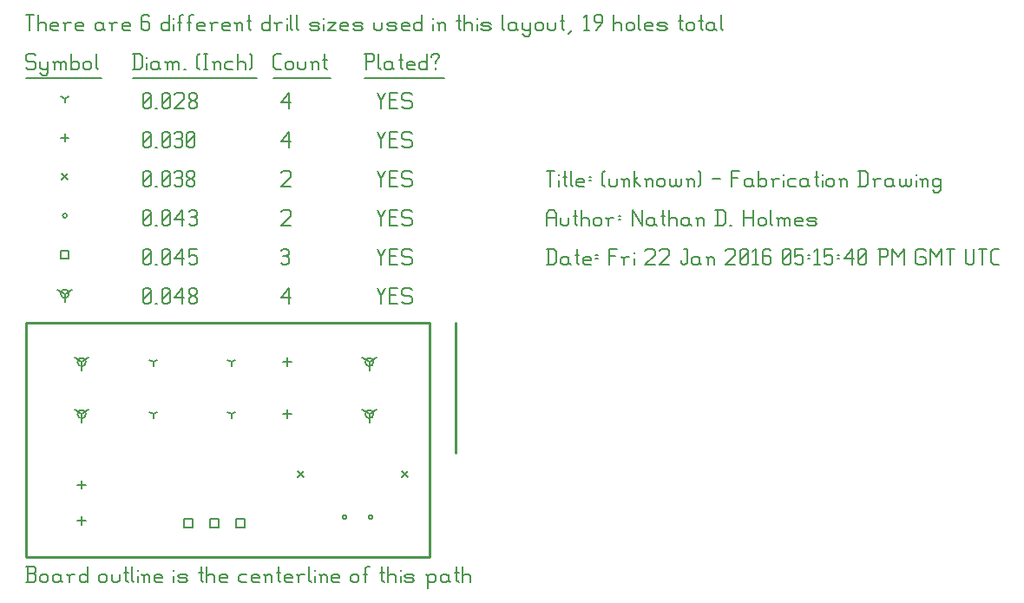
<source format=gbr>
G04 start of page 12 for group -3984 idx -3984 *
G04 Title: (unknown), fab *
G04 Creator: pcb 20140316 *
G04 CreationDate: Fri 22 Jan 2016 05:15:40 PM GMT UTC *
G04 For: ndholmes *
G04 Format: Gerber/RS-274X *
G04 PCB-Dimensions (mil): 1550.00 900.00 *
G04 PCB-Coordinate-Origin: lower left *
%MOIN*%
%FSLAX25Y25*%
%LNFAB*%
%ADD65C,0.0100*%
%ADD64C,0.0075*%
%ADD63C,0.0060*%
%ADD62C,0.0080*%
G54D62*X21500Y75000D02*Y71800D01*
Y75000D02*X24273Y76600D01*
X21500Y75000D02*X18727Y76600D01*
X19900Y75000D02*G75*G03X23100Y75000I1600J0D01*G01*
G75*G03X19900Y75000I-1600J0D01*G01*
X21500Y55000D02*Y51800D01*
Y55000D02*X24273Y56600D01*
X21500Y55000D02*X18727Y56600D01*
X19900Y55000D02*G75*G03X23100Y55000I1600J0D01*G01*
G75*G03X19900Y55000I-1600J0D01*G01*
X132000D02*Y51800D01*
Y55000D02*X134773Y56600D01*
X132000Y55000D02*X129227Y56600D01*
X130400Y55000D02*G75*G03X133600Y55000I1600J0D01*G01*
G75*G03X130400Y55000I-1600J0D01*G01*
X132000Y75000D02*Y71800D01*
Y75000D02*X134773Y76600D01*
X132000Y75000D02*X129227Y76600D01*
X130400Y75000D02*G75*G03X133600Y75000I1600J0D01*G01*
G75*G03X130400Y75000I-1600J0D01*G01*
X15000Y101250D02*Y98050D01*
Y101250D02*X17773Y102850D01*
X15000Y101250D02*X12227Y102850D01*
X13400Y101250D02*G75*G03X16600Y101250I1600J0D01*G01*
G75*G03X13400Y101250I-1600J0D01*G01*
G54D63*X135000Y103500D02*X136500Y100500D01*
X138000Y103500D01*
X136500Y100500D02*Y97500D01*
X139800Y100800D02*X142050D01*
X139800Y97500D02*X142800D01*
X139800Y103500D02*Y97500D01*
Y103500D02*X142800D01*
X147600D02*X148350Y102750D01*
X145350Y103500D02*X147600D01*
X144600Y102750D02*X145350Y103500D01*
X144600Y102750D02*Y101250D01*
X145350Y100500D01*
X147600D01*
X148350Y99750D01*
Y98250D01*
X147600Y97500D02*X148350Y98250D01*
X145350Y97500D02*X147600D01*
X144600Y98250D02*X145350Y97500D01*
X98000Y99750D02*X101000Y103500D01*
X98000Y99750D02*X101750D01*
X101000Y103500D02*Y97500D01*
X45000Y98250D02*X45750Y97500D01*
X45000Y102750D02*Y98250D01*
Y102750D02*X45750Y103500D01*
X47250D01*
X48000Y102750D01*
Y98250D01*
X47250Y97500D02*X48000Y98250D01*
X45750Y97500D02*X47250D01*
X45000Y99000D02*X48000Y102000D01*
X49800Y97500D02*X50550D01*
X52350Y98250D02*X53100Y97500D01*
X52350Y102750D02*Y98250D01*
Y102750D02*X53100Y103500D01*
X54600D01*
X55350Y102750D01*
Y98250D01*
X54600Y97500D02*X55350Y98250D01*
X53100Y97500D02*X54600D01*
X52350Y99000D02*X55350Y102000D01*
X57150Y99750D02*X60150Y103500D01*
X57150Y99750D02*X60900D01*
X60150Y103500D02*Y97500D01*
X62700Y98250D02*X63450Y97500D01*
X62700Y99450D02*Y98250D01*
Y99450D02*X63750Y100500D01*
X64650D01*
X65700Y99450D01*
Y98250D01*
X64950Y97500D02*X65700Y98250D01*
X63450Y97500D02*X64950D01*
X62700Y101550D02*X63750Y100500D01*
X62700Y102750D02*Y101550D01*
Y102750D02*X63450Y103500D01*
X64950D01*
X65700Y102750D01*
Y101550D01*
X64650Y100500D02*X65700Y101550D01*
X80900Y14600D02*X84100D01*
X80900D02*Y11400D01*
X84100D01*
Y14600D02*Y11400D01*
X70900Y14600D02*X74100D01*
X70900D02*Y11400D01*
X74100D01*
Y14600D02*Y11400D01*
X60900Y14600D02*X64100D01*
X60900D02*Y11400D01*
X64100D01*
Y14600D02*Y11400D01*
X13400Y117850D02*X16600D01*
X13400D02*Y114650D01*
X16600D01*
Y117850D02*Y114650D01*
X135000Y118500D02*X136500Y115500D01*
X138000Y118500D01*
X136500Y115500D02*Y112500D01*
X139800Y115800D02*X142050D01*
X139800Y112500D02*X142800D01*
X139800Y118500D02*Y112500D01*
Y118500D02*X142800D01*
X147600D02*X148350Y117750D01*
X145350Y118500D02*X147600D01*
X144600Y117750D02*X145350Y118500D01*
X144600Y117750D02*Y116250D01*
X145350Y115500D01*
X147600D01*
X148350Y114750D01*
Y113250D01*
X147600Y112500D02*X148350Y113250D01*
X145350Y112500D02*X147600D01*
X144600Y113250D02*X145350Y112500D01*
X98000Y117750D02*X98750Y118500D01*
X100250D01*
X101000Y117750D01*
X100250Y112500D02*X101000Y113250D01*
X98750Y112500D02*X100250D01*
X98000Y113250D02*X98750Y112500D01*
Y115800D02*X100250D01*
X101000Y117750D02*Y116550D01*
Y115050D02*Y113250D01*
Y115050D02*X100250Y115800D01*
X101000Y116550D02*X100250Y115800D01*
X45000Y113250D02*X45750Y112500D01*
X45000Y117750D02*Y113250D01*
Y117750D02*X45750Y118500D01*
X47250D01*
X48000Y117750D01*
Y113250D01*
X47250Y112500D02*X48000Y113250D01*
X45750Y112500D02*X47250D01*
X45000Y114000D02*X48000Y117000D01*
X49800Y112500D02*X50550D01*
X52350Y113250D02*X53100Y112500D01*
X52350Y117750D02*Y113250D01*
Y117750D02*X53100Y118500D01*
X54600D01*
X55350Y117750D01*
Y113250D01*
X54600Y112500D02*X55350Y113250D01*
X53100Y112500D02*X54600D01*
X52350Y114000D02*X55350Y117000D01*
X57150Y114750D02*X60150Y118500D01*
X57150Y114750D02*X60900D01*
X60150Y118500D02*Y112500D01*
X62700Y118500D02*X65700D01*
X62700D02*Y115500D01*
X63450Y116250D01*
X64950D01*
X65700Y115500D01*
Y113250D01*
X64950Y112500D02*X65700Y113250D01*
X63450Y112500D02*X64950D01*
X62700Y113250D02*X63450Y112500D01*
X121700Y15500D02*G75*G03X123300Y15500I800J0D01*G01*
G75*G03X121700Y15500I-800J0D01*G01*
X131700D02*G75*G03X133300Y15500I800J0D01*G01*
G75*G03X131700Y15500I-800J0D01*G01*
X14200Y131250D02*G75*G03X15800Y131250I800J0D01*G01*
G75*G03X14200Y131250I-800J0D01*G01*
X135000Y133500D02*X136500Y130500D01*
X138000Y133500D01*
X136500Y130500D02*Y127500D01*
X139800Y130800D02*X142050D01*
X139800Y127500D02*X142800D01*
X139800Y133500D02*Y127500D01*
Y133500D02*X142800D01*
X147600D02*X148350Y132750D01*
X145350Y133500D02*X147600D01*
X144600Y132750D02*X145350Y133500D01*
X144600Y132750D02*Y131250D01*
X145350Y130500D01*
X147600D01*
X148350Y129750D01*
Y128250D01*
X147600Y127500D02*X148350Y128250D01*
X145350Y127500D02*X147600D01*
X144600Y128250D02*X145350Y127500D01*
X98000Y132750D02*X98750Y133500D01*
X101000D01*
X101750Y132750D01*
Y131250D01*
X98000Y127500D02*X101750Y131250D01*
X98000Y127500D02*X101750D01*
X45000Y128250D02*X45750Y127500D01*
X45000Y132750D02*Y128250D01*
Y132750D02*X45750Y133500D01*
X47250D01*
X48000Y132750D01*
Y128250D01*
X47250Y127500D02*X48000Y128250D01*
X45750Y127500D02*X47250D01*
X45000Y129000D02*X48000Y132000D01*
X49800Y127500D02*X50550D01*
X52350Y128250D02*X53100Y127500D01*
X52350Y132750D02*Y128250D01*
Y132750D02*X53100Y133500D01*
X54600D01*
X55350Y132750D01*
Y128250D01*
X54600Y127500D02*X55350Y128250D01*
X53100Y127500D02*X54600D01*
X52350Y129000D02*X55350Y132000D01*
X57150Y129750D02*X60150Y133500D01*
X57150Y129750D02*X60900D01*
X60150Y133500D02*Y127500D01*
X62700Y132750D02*X63450Y133500D01*
X64950D01*
X65700Y132750D01*
X64950Y127500D02*X65700Y128250D01*
X63450Y127500D02*X64950D01*
X62700Y128250D02*X63450Y127500D01*
Y130800D02*X64950D01*
X65700Y132750D02*Y131550D01*
Y130050D02*Y128250D01*
Y130050D02*X64950Y130800D01*
X65700Y131550D02*X64950Y130800D01*
X144300Y33200D02*X146700Y30800D01*
X144300D02*X146700Y33200D01*
X104300D02*X106700Y30800D01*
X104300D02*X106700Y33200D01*
X13800Y147450D02*X16200Y145050D01*
X13800D02*X16200Y147450D01*
X135000Y148500D02*X136500Y145500D01*
X138000Y148500D01*
X136500Y145500D02*Y142500D01*
X139800Y145800D02*X142050D01*
X139800Y142500D02*X142800D01*
X139800Y148500D02*Y142500D01*
Y148500D02*X142800D01*
X147600D02*X148350Y147750D01*
X145350Y148500D02*X147600D01*
X144600Y147750D02*X145350Y148500D01*
X144600Y147750D02*Y146250D01*
X145350Y145500D01*
X147600D01*
X148350Y144750D01*
Y143250D01*
X147600Y142500D02*X148350Y143250D01*
X145350Y142500D02*X147600D01*
X144600Y143250D02*X145350Y142500D01*
X98000Y147750D02*X98750Y148500D01*
X101000D01*
X101750Y147750D01*
Y146250D01*
X98000Y142500D02*X101750Y146250D01*
X98000Y142500D02*X101750D01*
X45000Y143250D02*X45750Y142500D01*
X45000Y147750D02*Y143250D01*
Y147750D02*X45750Y148500D01*
X47250D01*
X48000Y147750D01*
Y143250D01*
X47250Y142500D02*X48000Y143250D01*
X45750Y142500D02*X47250D01*
X45000Y144000D02*X48000Y147000D01*
X49800Y142500D02*X50550D01*
X52350Y143250D02*X53100Y142500D01*
X52350Y147750D02*Y143250D01*
Y147750D02*X53100Y148500D01*
X54600D01*
X55350Y147750D01*
Y143250D01*
X54600Y142500D02*X55350Y143250D01*
X53100Y142500D02*X54600D01*
X52350Y144000D02*X55350Y147000D01*
X57150Y147750D02*X57900Y148500D01*
X59400D01*
X60150Y147750D01*
X59400Y142500D02*X60150Y143250D01*
X57900Y142500D02*X59400D01*
X57150Y143250D02*X57900Y142500D01*
Y145800D02*X59400D01*
X60150Y147750D02*Y146550D01*
Y145050D02*Y143250D01*
Y145050D02*X59400Y145800D01*
X60150Y146550D02*X59400Y145800D01*
X61950Y143250D02*X62700Y142500D01*
X61950Y144450D02*Y143250D01*
Y144450D02*X63000Y145500D01*
X63900D01*
X64950Y144450D01*
Y143250D01*
X64200Y142500D02*X64950Y143250D01*
X62700Y142500D02*X64200D01*
X61950Y146550D02*X63000Y145500D01*
X61950Y147750D02*Y146550D01*
Y147750D02*X62700Y148500D01*
X64200D01*
X64950Y147750D01*
Y146550D01*
X63900Y145500D02*X64950Y146550D01*
X100500Y76600D02*Y73400D01*
X98900Y75000D02*X102100D01*
X100500Y56600D02*Y53400D01*
X98900Y55000D02*X102100D01*
X21500Y29500D02*Y26300D01*
X19900Y27900D02*X23100D01*
X21500Y15700D02*Y12500D01*
X19900Y14100D02*X23100D01*
X15000Y162850D02*Y159650D01*
X13400Y161250D02*X16600D01*
X135000Y163500D02*X136500Y160500D01*
X138000Y163500D01*
X136500Y160500D02*Y157500D01*
X139800Y160800D02*X142050D01*
X139800Y157500D02*X142800D01*
X139800Y163500D02*Y157500D01*
Y163500D02*X142800D01*
X147600D02*X148350Y162750D01*
X145350Y163500D02*X147600D01*
X144600Y162750D02*X145350Y163500D01*
X144600Y162750D02*Y161250D01*
X145350Y160500D01*
X147600D01*
X148350Y159750D01*
Y158250D01*
X147600Y157500D02*X148350Y158250D01*
X145350Y157500D02*X147600D01*
X144600Y158250D02*X145350Y157500D01*
X98000Y159750D02*X101000Y163500D01*
X98000Y159750D02*X101750D01*
X101000Y163500D02*Y157500D01*
X45000Y158250D02*X45750Y157500D01*
X45000Y162750D02*Y158250D01*
Y162750D02*X45750Y163500D01*
X47250D01*
X48000Y162750D01*
Y158250D01*
X47250Y157500D02*X48000Y158250D01*
X45750Y157500D02*X47250D01*
X45000Y159000D02*X48000Y162000D01*
X49800Y157500D02*X50550D01*
X52350Y158250D02*X53100Y157500D01*
X52350Y162750D02*Y158250D01*
Y162750D02*X53100Y163500D01*
X54600D01*
X55350Y162750D01*
Y158250D01*
X54600Y157500D02*X55350Y158250D01*
X53100Y157500D02*X54600D01*
X52350Y159000D02*X55350Y162000D01*
X57150Y162750D02*X57900Y163500D01*
X59400D01*
X60150Y162750D01*
X59400Y157500D02*X60150Y158250D01*
X57900Y157500D02*X59400D01*
X57150Y158250D02*X57900Y157500D01*
Y160800D02*X59400D01*
X60150Y162750D02*Y161550D01*
Y160050D02*Y158250D01*
Y160050D02*X59400Y160800D01*
X60150Y161550D02*X59400Y160800D01*
X61950Y158250D02*X62700Y157500D01*
X61950Y162750D02*Y158250D01*
Y162750D02*X62700Y163500D01*
X64200D01*
X64950Y162750D01*
Y158250D01*
X64200Y157500D02*X64950Y158250D01*
X62700Y157500D02*X64200D01*
X61950Y159000D02*X64950Y162000D01*
X49000Y75000D02*Y73400D01*
Y75000D02*X50387Y75800D01*
X49000Y75000D02*X47613Y75800D01*
X49000Y55000D02*Y53400D01*
Y55000D02*X50387Y55800D01*
X49000Y55000D02*X47613Y55800D01*
X79000Y55000D02*Y53400D01*
Y55000D02*X80387Y55800D01*
X79000Y55000D02*X77613Y55800D01*
X79000Y75000D02*Y73400D01*
Y75000D02*X80387Y75800D01*
X79000Y75000D02*X77613Y75800D01*
X15000Y176250D02*Y174650D01*
Y176250D02*X16387Y177050D01*
X15000Y176250D02*X13613Y177050D01*
X135000Y178500D02*X136500Y175500D01*
X138000Y178500D01*
X136500Y175500D02*Y172500D01*
X139800Y175800D02*X142050D01*
X139800Y172500D02*X142800D01*
X139800Y178500D02*Y172500D01*
Y178500D02*X142800D01*
X147600D02*X148350Y177750D01*
X145350Y178500D02*X147600D01*
X144600Y177750D02*X145350Y178500D01*
X144600Y177750D02*Y176250D01*
X145350Y175500D01*
X147600D01*
X148350Y174750D01*
Y173250D01*
X147600Y172500D02*X148350Y173250D01*
X145350Y172500D02*X147600D01*
X144600Y173250D02*X145350Y172500D01*
X98000Y174750D02*X101000Y178500D01*
X98000Y174750D02*X101750D01*
X101000Y178500D02*Y172500D01*
X45000Y173250D02*X45750Y172500D01*
X45000Y177750D02*Y173250D01*
Y177750D02*X45750Y178500D01*
X47250D01*
X48000Y177750D01*
Y173250D01*
X47250Y172500D02*X48000Y173250D01*
X45750Y172500D02*X47250D01*
X45000Y174000D02*X48000Y177000D01*
X49800Y172500D02*X50550D01*
X52350Y173250D02*X53100Y172500D01*
X52350Y177750D02*Y173250D01*
Y177750D02*X53100Y178500D01*
X54600D01*
X55350Y177750D01*
Y173250D01*
X54600Y172500D02*X55350Y173250D01*
X53100Y172500D02*X54600D01*
X52350Y174000D02*X55350Y177000D01*
X57150Y177750D02*X57900Y178500D01*
X60150D01*
X60900Y177750D01*
Y176250D01*
X57150Y172500D02*X60900Y176250D01*
X57150Y172500D02*X60900D01*
X62700Y173250D02*X63450Y172500D01*
X62700Y174450D02*Y173250D01*
Y174450D02*X63750Y175500D01*
X64650D01*
X65700Y174450D01*
Y173250D01*
X64950Y172500D02*X65700Y173250D01*
X63450Y172500D02*X64950D01*
X62700Y176550D02*X63750Y175500D01*
X62700Y177750D02*Y176550D01*
Y177750D02*X63450Y178500D01*
X64950D01*
X65700Y177750D01*
Y176550D01*
X64650Y175500D02*X65700Y176550D01*
X3000Y193500D02*X3750Y192750D01*
X750Y193500D02*X3000D01*
X0Y192750D02*X750Y193500D01*
X0Y192750D02*Y191250D01*
X750Y190500D01*
X3000D01*
X3750Y189750D01*
Y188250D01*
X3000Y187500D02*X3750Y188250D01*
X750Y187500D02*X3000D01*
X0Y188250D02*X750Y187500D01*
X5550Y190500D02*Y188250D01*
X6300Y187500D01*
X8550Y190500D02*Y186000D01*
X7800Y185250D02*X8550Y186000D01*
X6300Y185250D02*X7800D01*
X5550Y186000D02*X6300Y185250D01*
Y187500D02*X7800D01*
X8550Y188250D01*
X11100Y189750D02*Y187500D01*
Y189750D02*X11850Y190500D01*
X12600D01*
X13350Y189750D01*
Y187500D01*
Y189750D02*X14100Y190500D01*
X14850D01*
X15600Y189750D01*
Y187500D01*
X10350Y190500D02*X11100Y189750D01*
X17400Y193500D02*Y187500D01*
Y188250D02*X18150Y187500D01*
X19650D01*
X20400Y188250D01*
Y189750D02*Y188250D01*
X19650Y190500D02*X20400Y189750D01*
X18150Y190500D02*X19650D01*
X17400Y189750D02*X18150Y190500D01*
X22200Y189750D02*Y188250D01*
Y189750D02*X22950Y190500D01*
X24450D01*
X25200Y189750D01*
Y188250D01*
X24450Y187500D02*X25200Y188250D01*
X22950Y187500D02*X24450D01*
X22200Y188250D02*X22950Y187500D01*
X27000Y193500D02*Y188250D01*
X27750Y187500D01*
X0Y184250D02*X29250D01*
X41750Y193500D02*Y187500D01*
X43700Y193500D02*X44750Y192450D01*
Y188550D01*
X43700Y187500D02*X44750Y188550D01*
X41000Y187500D02*X43700D01*
X41000Y193500D02*X43700D01*
G54D64*X46550Y192000D02*Y191850D01*
G54D63*Y189750D02*Y187500D01*
X50300Y190500D02*X51050Y189750D01*
X48800Y190500D02*X50300D01*
X48050Y189750D02*X48800Y190500D01*
X48050Y189750D02*Y188250D01*
X48800Y187500D01*
X51050Y190500D02*Y188250D01*
X51800Y187500D01*
X48800D02*X50300D01*
X51050Y188250D01*
X54350Y189750D02*Y187500D01*
Y189750D02*X55100Y190500D01*
X55850D01*
X56600Y189750D01*
Y187500D01*
Y189750D02*X57350Y190500D01*
X58100D01*
X58850Y189750D01*
Y187500D01*
X53600Y190500D02*X54350Y189750D01*
X60650Y187500D02*X61400D01*
X65900Y188250D02*X66650Y187500D01*
X65900Y192750D02*X66650Y193500D01*
X65900Y192750D02*Y188250D01*
X68450Y193500D02*X69950D01*
X69200D02*Y187500D01*
X68450D02*X69950D01*
X72500Y189750D02*Y187500D01*
Y189750D02*X73250Y190500D01*
X74000D01*
X74750Y189750D01*
Y187500D01*
X71750Y190500D02*X72500Y189750D01*
X77300Y190500D02*X79550D01*
X76550Y189750D02*X77300Y190500D01*
X76550Y189750D02*Y188250D01*
X77300Y187500D01*
X79550D01*
X81350Y193500D02*Y187500D01*
Y189750D02*X82100Y190500D01*
X83600D01*
X84350Y189750D01*
Y187500D01*
X86150Y193500D02*X86900Y192750D01*
Y188250D01*
X86150Y187500D02*X86900Y188250D01*
X41000Y184250D02*X88700D01*
X96050Y187500D02*X98000D01*
X95000Y188550D02*X96050Y187500D01*
X95000Y192450D02*Y188550D01*
Y192450D02*X96050Y193500D01*
X98000D01*
X99800Y189750D02*Y188250D01*
Y189750D02*X100550Y190500D01*
X102050D01*
X102800Y189750D01*
Y188250D01*
X102050Y187500D02*X102800Y188250D01*
X100550Y187500D02*X102050D01*
X99800Y188250D02*X100550Y187500D01*
X104600Y190500D02*Y188250D01*
X105350Y187500D01*
X106850D01*
X107600Y188250D01*
Y190500D02*Y188250D01*
X110150Y189750D02*Y187500D01*
Y189750D02*X110900Y190500D01*
X111650D01*
X112400Y189750D01*
Y187500D01*
X109400Y190500D02*X110150Y189750D01*
X114950Y193500D02*Y188250D01*
X115700Y187500D01*
X114200Y191250D02*X115700D01*
X95000Y184250D02*X117200D01*
X130750Y193500D02*Y187500D01*
X130000Y193500D02*X133000D01*
X133750Y192750D01*
Y191250D01*
X133000Y190500D02*X133750Y191250D01*
X130750Y190500D02*X133000D01*
X135550Y193500D02*Y188250D01*
X136300Y187500D01*
X140050Y190500D02*X140800Y189750D01*
X138550Y190500D02*X140050D01*
X137800Y189750D02*X138550Y190500D01*
X137800Y189750D02*Y188250D01*
X138550Y187500D01*
X140800Y190500D02*Y188250D01*
X141550Y187500D01*
X138550D02*X140050D01*
X140800Y188250D01*
X144100Y193500D02*Y188250D01*
X144850Y187500D01*
X143350Y191250D02*X144850D01*
X147100Y187500D02*X149350D01*
X146350Y188250D02*X147100Y187500D01*
X146350Y189750D02*Y188250D01*
Y189750D02*X147100Y190500D01*
X148600D01*
X149350Y189750D01*
X146350Y189000D02*X149350D01*
Y189750D02*Y189000D01*
X154150Y193500D02*Y187500D01*
X153400D02*X154150Y188250D01*
X151900Y187500D02*X153400D01*
X151150Y188250D02*X151900Y187500D01*
X151150Y189750D02*Y188250D01*
Y189750D02*X151900Y190500D01*
X153400D01*
X154150Y189750D01*
X157450Y190500D02*Y189750D01*
Y188250D02*Y187500D01*
X155950Y192750D02*Y192000D01*
Y192750D02*X156700Y193500D01*
X158200D01*
X158950Y192750D01*
Y192000D01*
X157450Y190500D02*X158950Y192000D01*
X130000Y184250D02*X160750D01*
X0Y208500D02*X3000D01*
X1500D02*Y202500D01*
X4800Y208500D02*Y202500D01*
Y204750D02*X5550Y205500D01*
X7050D01*
X7800Y204750D01*
Y202500D01*
X10350D02*X12600D01*
X9600Y203250D02*X10350Y202500D01*
X9600Y204750D02*Y203250D01*
Y204750D02*X10350Y205500D01*
X11850D01*
X12600Y204750D01*
X9600Y204000D02*X12600D01*
Y204750D02*Y204000D01*
X15150Y204750D02*Y202500D01*
Y204750D02*X15900Y205500D01*
X17400D01*
X14400D02*X15150Y204750D01*
X19950Y202500D02*X22200D01*
X19200Y203250D02*X19950Y202500D01*
X19200Y204750D02*Y203250D01*
Y204750D02*X19950Y205500D01*
X21450D01*
X22200Y204750D01*
X19200Y204000D02*X22200D01*
Y204750D02*Y204000D01*
X28950Y205500D02*X29700Y204750D01*
X27450Y205500D02*X28950D01*
X26700Y204750D02*X27450Y205500D01*
X26700Y204750D02*Y203250D01*
X27450Y202500D01*
X29700Y205500D02*Y203250D01*
X30450Y202500D01*
X27450D02*X28950D01*
X29700Y203250D01*
X33000Y204750D02*Y202500D01*
Y204750D02*X33750Y205500D01*
X35250D01*
X32250D02*X33000Y204750D01*
X37800Y202500D02*X40050D01*
X37050Y203250D02*X37800Y202500D01*
X37050Y204750D02*Y203250D01*
Y204750D02*X37800Y205500D01*
X39300D01*
X40050Y204750D01*
X37050Y204000D02*X40050D01*
Y204750D02*Y204000D01*
X46800Y208500D02*X47550Y207750D01*
X45300Y208500D02*X46800D01*
X44550Y207750D02*X45300Y208500D01*
X44550Y207750D02*Y203250D01*
X45300Y202500D01*
X46800Y205800D02*X47550Y205050D01*
X44550Y205800D02*X46800D01*
X45300Y202500D02*X46800D01*
X47550Y203250D01*
Y205050D02*Y203250D01*
X55050Y208500D02*Y202500D01*
X54300D02*X55050Y203250D01*
X52800Y202500D02*X54300D01*
X52050Y203250D02*X52800Y202500D01*
X52050Y204750D02*Y203250D01*
Y204750D02*X52800Y205500D01*
X54300D01*
X55050Y204750D01*
G54D64*X56850Y207000D02*Y206850D01*
G54D63*Y204750D02*Y202500D01*
X59100Y207750D02*Y202500D01*
Y207750D02*X59850Y208500D01*
X60600D01*
X58350Y205500D02*X59850D01*
X62850Y207750D02*Y202500D01*
Y207750D02*X63600Y208500D01*
X64350D01*
X62100Y205500D02*X63600D01*
X66600Y202500D02*X68850D01*
X65850Y203250D02*X66600Y202500D01*
X65850Y204750D02*Y203250D01*
Y204750D02*X66600Y205500D01*
X68100D01*
X68850Y204750D01*
X65850Y204000D02*X68850D01*
Y204750D02*Y204000D01*
X71400Y204750D02*Y202500D01*
Y204750D02*X72150Y205500D01*
X73650D01*
X70650D02*X71400Y204750D01*
X76200Y202500D02*X78450D01*
X75450Y203250D02*X76200Y202500D01*
X75450Y204750D02*Y203250D01*
Y204750D02*X76200Y205500D01*
X77700D01*
X78450Y204750D01*
X75450Y204000D02*X78450D01*
Y204750D02*Y204000D01*
X81000Y204750D02*Y202500D01*
Y204750D02*X81750Y205500D01*
X82500D01*
X83250Y204750D01*
Y202500D01*
X80250Y205500D02*X81000Y204750D01*
X85800Y208500D02*Y203250D01*
X86550Y202500D01*
X85050Y206250D02*X86550D01*
X93750Y208500D02*Y202500D01*
X93000D02*X93750Y203250D01*
X91500Y202500D02*X93000D01*
X90750Y203250D02*X91500Y202500D01*
X90750Y204750D02*Y203250D01*
Y204750D02*X91500Y205500D01*
X93000D01*
X93750Y204750D01*
X96300D02*Y202500D01*
Y204750D02*X97050Y205500D01*
X98550D01*
X95550D02*X96300Y204750D01*
G54D64*X100350Y207000D02*Y206850D01*
G54D63*Y204750D02*Y202500D01*
X101850Y208500D02*Y203250D01*
X102600Y202500D01*
X104100Y208500D02*Y203250D01*
X104850Y202500D01*
X109800D02*X112050D01*
X112800Y203250D01*
X112050Y204000D02*X112800Y203250D01*
X109800Y204000D02*X112050D01*
X109050Y204750D02*X109800Y204000D01*
X109050Y204750D02*X109800Y205500D01*
X112050D01*
X112800Y204750D01*
X109050Y203250D02*X109800Y202500D01*
G54D64*X114600Y207000D02*Y206850D01*
G54D63*Y204750D02*Y202500D01*
X116100Y205500D02*X119100D01*
X116100Y202500D02*X119100Y205500D01*
X116100Y202500D02*X119100D01*
X121650D02*X123900D01*
X120900Y203250D02*X121650Y202500D01*
X120900Y204750D02*Y203250D01*
Y204750D02*X121650Y205500D01*
X123150D01*
X123900Y204750D01*
X120900Y204000D02*X123900D01*
Y204750D02*Y204000D01*
X126450Y202500D02*X128700D01*
X129450Y203250D01*
X128700Y204000D02*X129450Y203250D01*
X126450Y204000D02*X128700D01*
X125700Y204750D02*X126450Y204000D01*
X125700Y204750D02*X126450Y205500D01*
X128700D01*
X129450Y204750D01*
X125700Y203250D02*X126450Y202500D01*
X133950Y205500D02*Y203250D01*
X134700Y202500D01*
X136200D01*
X136950Y203250D01*
Y205500D02*Y203250D01*
X139500Y202500D02*X141750D01*
X142500Y203250D01*
X141750Y204000D02*X142500Y203250D01*
X139500Y204000D02*X141750D01*
X138750Y204750D02*X139500Y204000D01*
X138750Y204750D02*X139500Y205500D01*
X141750D01*
X142500Y204750D01*
X138750Y203250D02*X139500Y202500D01*
X145050D02*X147300D01*
X144300Y203250D02*X145050Y202500D01*
X144300Y204750D02*Y203250D01*
Y204750D02*X145050Y205500D01*
X146550D01*
X147300Y204750D01*
X144300Y204000D02*X147300D01*
Y204750D02*Y204000D01*
X152100Y208500D02*Y202500D01*
X151350D02*X152100Y203250D01*
X149850Y202500D02*X151350D01*
X149100Y203250D02*X149850Y202500D01*
X149100Y204750D02*Y203250D01*
Y204750D02*X149850Y205500D01*
X151350D01*
X152100Y204750D01*
G54D64*X156600Y207000D02*Y206850D01*
G54D63*Y204750D02*Y202500D01*
X158850Y204750D02*Y202500D01*
Y204750D02*X159600Y205500D01*
X160350D01*
X161100Y204750D01*
Y202500D01*
X158100Y205500D02*X158850Y204750D01*
X166350Y208500D02*Y203250D01*
X167100Y202500D01*
X165600Y206250D02*X167100D01*
X168600Y208500D02*Y202500D01*
Y204750D02*X169350Y205500D01*
X170850D01*
X171600Y204750D01*
Y202500D01*
G54D64*X173400Y207000D02*Y206850D01*
G54D63*Y204750D02*Y202500D01*
X175650D02*X177900D01*
X178650Y203250D01*
X177900Y204000D02*X178650Y203250D01*
X175650Y204000D02*X177900D01*
X174900Y204750D02*X175650Y204000D01*
X174900Y204750D02*X175650Y205500D01*
X177900D01*
X178650Y204750D01*
X174900Y203250D02*X175650Y202500D01*
X183150Y208500D02*Y203250D01*
X183900Y202500D01*
X187650Y205500D02*X188400Y204750D01*
X186150Y205500D02*X187650D01*
X185400Y204750D02*X186150Y205500D01*
X185400Y204750D02*Y203250D01*
X186150Y202500D01*
X188400Y205500D02*Y203250D01*
X189150Y202500D01*
X186150D02*X187650D01*
X188400Y203250D01*
X190950Y205500D02*Y203250D01*
X191700Y202500D01*
X193950Y205500D02*Y201000D01*
X193200Y200250D02*X193950Y201000D01*
X191700Y200250D02*X193200D01*
X190950Y201000D02*X191700Y200250D01*
Y202500D02*X193200D01*
X193950Y203250D01*
X195750Y204750D02*Y203250D01*
Y204750D02*X196500Y205500D01*
X198000D01*
X198750Y204750D01*
Y203250D01*
X198000Y202500D02*X198750Y203250D01*
X196500Y202500D02*X198000D01*
X195750Y203250D02*X196500Y202500D01*
X200550Y205500D02*Y203250D01*
X201300Y202500D01*
X202800D01*
X203550Y203250D01*
Y205500D02*Y203250D01*
X206100Y208500D02*Y203250D01*
X206850Y202500D01*
X205350Y206250D02*X206850D01*
X208350Y201000D02*X209850Y202500D01*
X214350Y207300D02*X215550Y208500D01*
Y202500D01*
X214350D02*X216600D01*
X219150D02*X221400Y205500D01*
Y207750D02*Y205500D01*
X220650Y208500D02*X221400Y207750D01*
X219150Y208500D02*X220650D01*
X218400Y207750D02*X219150Y208500D01*
X218400Y207750D02*Y206250D01*
X219150Y205500D01*
X221400D01*
X225900Y208500D02*Y202500D01*
Y204750D02*X226650Y205500D01*
X228150D01*
X228900Y204750D01*
Y202500D01*
X230700Y204750D02*Y203250D01*
Y204750D02*X231450Y205500D01*
X232950D01*
X233700Y204750D01*
Y203250D01*
X232950Y202500D02*X233700Y203250D01*
X231450Y202500D02*X232950D01*
X230700Y203250D02*X231450Y202500D01*
X235500Y208500D02*Y203250D01*
X236250Y202500D01*
X238500D02*X240750D01*
X237750Y203250D02*X238500Y202500D01*
X237750Y204750D02*Y203250D01*
Y204750D02*X238500Y205500D01*
X240000D01*
X240750Y204750D01*
X237750Y204000D02*X240750D01*
Y204750D02*Y204000D01*
X243300Y202500D02*X245550D01*
X246300Y203250D01*
X245550Y204000D02*X246300Y203250D01*
X243300Y204000D02*X245550D01*
X242550Y204750D02*X243300Y204000D01*
X242550Y204750D02*X243300Y205500D01*
X245550D01*
X246300Y204750D01*
X242550Y203250D02*X243300Y202500D01*
X251550Y208500D02*Y203250D01*
X252300Y202500D01*
X250800Y206250D02*X252300D01*
X253800Y204750D02*Y203250D01*
Y204750D02*X254550Y205500D01*
X256050D01*
X256800Y204750D01*
Y203250D01*
X256050Y202500D02*X256800Y203250D01*
X254550Y202500D02*X256050D01*
X253800Y203250D02*X254550Y202500D01*
X259350Y208500D02*Y203250D01*
X260100Y202500D01*
X258600Y206250D02*X260100D01*
X263850Y205500D02*X264600Y204750D01*
X262350Y205500D02*X263850D01*
X261600Y204750D02*X262350Y205500D01*
X261600Y204750D02*Y203250D01*
X262350Y202500D01*
X264600Y205500D02*Y203250D01*
X265350Y202500D01*
X262350D02*X263850D01*
X264600Y203250D01*
X267150Y208500D02*Y203250D01*
X267900Y202500D01*
G54D65*X165000Y40000D02*Y90000D01*
X0D02*Y0D01*
X155000D01*
Y90000D01*
X0D01*
G54D63*Y-9500D02*X3000D01*
X3750Y-8750D01*
Y-6950D02*Y-8750D01*
X3000Y-6200D02*X3750Y-6950D01*
X750Y-6200D02*X3000D01*
X750Y-3500D02*Y-9500D01*
X0Y-3500D02*X3000D01*
X3750Y-4250D01*
Y-5450D01*
X3000Y-6200D02*X3750Y-5450D01*
X5550Y-7250D02*Y-8750D01*
Y-7250D02*X6300Y-6500D01*
X7800D01*
X8550Y-7250D01*
Y-8750D01*
X7800Y-9500D02*X8550Y-8750D01*
X6300Y-9500D02*X7800D01*
X5550Y-8750D02*X6300Y-9500D01*
X12600Y-6500D02*X13350Y-7250D01*
X11100Y-6500D02*X12600D01*
X10350Y-7250D02*X11100Y-6500D01*
X10350Y-7250D02*Y-8750D01*
X11100Y-9500D01*
X13350Y-6500D02*Y-8750D01*
X14100Y-9500D01*
X11100D02*X12600D01*
X13350Y-8750D01*
X16650Y-7250D02*Y-9500D01*
Y-7250D02*X17400Y-6500D01*
X18900D01*
X15900D02*X16650Y-7250D01*
X23700Y-3500D02*Y-9500D01*
X22950D02*X23700Y-8750D01*
X21450Y-9500D02*X22950D01*
X20700Y-8750D02*X21450Y-9500D01*
X20700Y-7250D02*Y-8750D01*
Y-7250D02*X21450Y-6500D01*
X22950D01*
X23700Y-7250D01*
X28200D02*Y-8750D01*
Y-7250D02*X28950Y-6500D01*
X30450D01*
X31200Y-7250D01*
Y-8750D01*
X30450Y-9500D02*X31200Y-8750D01*
X28950Y-9500D02*X30450D01*
X28200Y-8750D02*X28950Y-9500D01*
X33000Y-6500D02*Y-8750D01*
X33750Y-9500D01*
X35250D01*
X36000Y-8750D01*
Y-6500D02*Y-8750D01*
X38550Y-3500D02*Y-8750D01*
X39300Y-9500D01*
X37800Y-5750D02*X39300D01*
X40800Y-3500D02*Y-8750D01*
X41550Y-9500D01*
G54D64*X43050Y-5000D02*Y-5150D01*
G54D63*Y-7250D02*Y-9500D01*
X45300Y-7250D02*Y-9500D01*
Y-7250D02*X46050Y-6500D01*
X46800D01*
X47550Y-7250D01*
Y-9500D01*
X44550Y-6500D02*X45300Y-7250D01*
X50100Y-9500D02*X52350D01*
X49350Y-8750D02*X50100Y-9500D01*
X49350Y-7250D02*Y-8750D01*
Y-7250D02*X50100Y-6500D01*
X51600D01*
X52350Y-7250D01*
X49350Y-8000D02*X52350D01*
Y-7250D02*Y-8000D01*
G54D64*X56850Y-5000D02*Y-5150D01*
G54D63*Y-7250D02*Y-9500D01*
X59100D02*X61350D01*
X62100Y-8750D01*
X61350Y-8000D02*X62100Y-8750D01*
X59100Y-8000D02*X61350D01*
X58350Y-7250D02*X59100Y-8000D01*
X58350Y-7250D02*X59100Y-6500D01*
X61350D01*
X62100Y-7250D01*
X58350Y-8750D02*X59100Y-9500D01*
X67350Y-3500D02*Y-8750D01*
X68100Y-9500D01*
X66600Y-5750D02*X68100D01*
X69600Y-3500D02*Y-9500D01*
Y-7250D02*X70350Y-6500D01*
X71850D01*
X72600Y-7250D01*
Y-9500D01*
X75150D02*X77400D01*
X74400Y-8750D02*X75150Y-9500D01*
X74400Y-7250D02*Y-8750D01*
Y-7250D02*X75150Y-6500D01*
X76650D01*
X77400Y-7250D01*
X74400Y-8000D02*X77400D01*
Y-7250D02*Y-8000D01*
X82650Y-6500D02*X84900D01*
X81900Y-7250D02*X82650Y-6500D01*
X81900Y-7250D02*Y-8750D01*
X82650Y-9500D01*
X84900D01*
X87450D02*X89700D01*
X86700Y-8750D02*X87450Y-9500D01*
X86700Y-7250D02*Y-8750D01*
Y-7250D02*X87450Y-6500D01*
X88950D01*
X89700Y-7250D01*
X86700Y-8000D02*X89700D01*
Y-7250D02*Y-8000D01*
X92250Y-7250D02*Y-9500D01*
Y-7250D02*X93000Y-6500D01*
X93750D01*
X94500Y-7250D01*
Y-9500D01*
X91500Y-6500D02*X92250Y-7250D01*
X97050Y-3500D02*Y-8750D01*
X97800Y-9500D01*
X96300Y-5750D02*X97800D01*
X100050Y-9500D02*X102300D01*
X99300Y-8750D02*X100050Y-9500D01*
X99300Y-7250D02*Y-8750D01*
Y-7250D02*X100050Y-6500D01*
X101550D01*
X102300Y-7250D01*
X99300Y-8000D02*X102300D01*
Y-7250D02*Y-8000D01*
X104850Y-7250D02*Y-9500D01*
Y-7250D02*X105600Y-6500D01*
X107100D01*
X104100D02*X104850Y-7250D01*
X108900Y-3500D02*Y-8750D01*
X109650Y-9500D01*
G54D64*X111150Y-5000D02*Y-5150D01*
G54D63*Y-7250D02*Y-9500D01*
X113400Y-7250D02*Y-9500D01*
Y-7250D02*X114150Y-6500D01*
X114900D01*
X115650Y-7250D01*
Y-9500D01*
X112650Y-6500D02*X113400Y-7250D01*
X118200Y-9500D02*X120450D01*
X117450Y-8750D02*X118200Y-9500D01*
X117450Y-7250D02*Y-8750D01*
Y-7250D02*X118200Y-6500D01*
X119700D01*
X120450Y-7250D01*
X117450Y-8000D02*X120450D01*
Y-7250D02*Y-8000D01*
X124950Y-7250D02*Y-8750D01*
Y-7250D02*X125700Y-6500D01*
X127200D01*
X127950Y-7250D01*
Y-8750D01*
X127200Y-9500D02*X127950Y-8750D01*
X125700Y-9500D02*X127200D01*
X124950Y-8750D02*X125700Y-9500D01*
X130500Y-4250D02*Y-9500D01*
Y-4250D02*X131250Y-3500D01*
X132000D01*
X129750Y-6500D02*X131250D01*
X136950Y-3500D02*Y-8750D01*
X137700Y-9500D01*
X136200Y-5750D02*X137700D01*
X139200Y-3500D02*Y-9500D01*
Y-7250D02*X139950Y-6500D01*
X141450D01*
X142200Y-7250D01*
Y-9500D01*
G54D64*X144000Y-5000D02*Y-5150D01*
G54D63*Y-7250D02*Y-9500D01*
X146250D02*X148500D01*
X149250Y-8750D01*
X148500Y-8000D02*X149250Y-8750D01*
X146250Y-8000D02*X148500D01*
X145500Y-7250D02*X146250Y-8000D01*
X145500Y-7250D02*X146250Y-6500D01*
X148500D01*
X149250Y-7250D01*
X145500Y-8750D02*X146250Y-9500D01*
X154500Y-7250D02*Y-11750D01*
X153750Y-6500D02*X154500Y-7250D01*
X155250Y-6500D01*
X156750D01*
X157500Y-7250D01*
Y-8750D01*
X156750Y-9500D02*X157500Y-8750D01*
X155250Y-9500D02*X156750D01*
X154500Y-8750D02*X155250Y-9500D01*
X161550Y-6500D02*X162300Y-7250D01*
X160050Y-6500D02*X161550D01*
X159300Y-7250D02*X160050Y-6500D01*
X159300Y-7250D02*Y-8750D01*
X160050Y-9500D01*
X162300Y-6500D02*Y-8750D01*
X163050Y-9500D01*
X160050D02*X161550D01*
X162300Y-8750D01*
X165600Y-3500D02*Y-8750D01*
X166350Y-9500D01*
X164850Y-5750D02*X166350D01*
X167850Y-3500D02*Y-9500D01*
Y-7250D02*X168600Y-6500D01*
X170100D01*
X170850Y-7250D01*
Y-9500D01*
X200750Y118500D02*Y112500D01*
X202700Y118500D02*X203750Y117450D01*
Y113550D01*
X202700Y112500D02*X203750Y113550D01*
X200000Y112500D02*X202700D01*
X200000Y118500D02*X202700D01*
X207800Y115500D02*X208550Y114750D01*
X206300Y115500D02*X207800D01*
X205550Y114750D02*X206300Y115500D01*
X205550Y114750D02*Y113250D01*
X206300Y112500D01*
X208550Y115500D02*Y113250D01*
X209300Y112500D01*
X206300D02*X207800D01*
X208550Y113250D01*
X211850Y118500D02*Y113250D01*
X212600Y112500D01*
X211100Y116250D02*X212600D01*
X214850Y112500D02*X217100D01*
X214100Y113250D02*X214850Y112500D01*
X214100Y114750D02*Y113250D01*
Y114750D02*X214850Y115500D01*
X216350D01*
X217100Y114750D01*
X214100Y114000D02*X217100D01*
Y114750D02*Y114000D01*
X218900Y116250D02*X219650D01*
X218900Y114750D02*X219650D01*
X224150Y118500D02*Y112500D01*
Y118500D02*X227150D01*
X224150Y115800D02*X226400D01*
X229700Y114750D02*Y112500D01*
Y114750D02*X230450Y115500D01*
X231950D01*
X228950D02*X229700Y114750D01*
G54D64*X233750Y117000D02*Y116850D01*
G54D63*Y114750D02*Y112500D01*
X237950Y117750D02*X238700Y118500D01*
X240950D01*
X241700Y117750D01*
Y116250D01*
X237950Y112500D02*X241700Y116250D01*
X237950Y112500D02*X241700D01*
X243500Y117750D02*X244250Y118500D01*
X246500D01*
X247250Y117750D01*
Y116250D01*
X243500Y112500D02*X247250Y116250D01*
X243500Y112500D02*X247250D01*
X252800Y118500D02*X254000D01*
Y113250D01*
X253250Y112500D02*X254000Y113250D01*
X252500Y112500D02*X253250D01*
X251750Y113250D02*X252500Y112500D01*
X251750Y114000D02*Y113250D01*
X258050Y115500D02*X258800Y114750D01*
X256550Y115500D02*X258050D01*
X255800Y114750D02*X256550Y115500D01*
X255800Y114750D02*Y113250D01*
X256550Y112500D01*
X258800Y115500D02*Y113250D01*
X259550Y112500D01*
X256550D02*X258050D01*
X258800Y113250D01*
X262100Y114750D02*Y112500D01*
Y114750D02*X262850Y115500D01*
X263600D01*
X264350Y114750D01*
Y112500D01*
X261350Y115500D02*X262100Y114750D01*
X268850Y117750D02*X269600Y118500D01*
X271850D01*
X272600Y117750D01*
Y116250D01*
X268850Y112500D02*X272600Y116250D01*
X268850Y112500D02*X272600D01*
X274400Y113250D02*X275150Y112500D01*
X274400Y117750D02*Y113250D01*
Y117750D02*X275150Y118500D01*
X276650D01*
X277400Y117750D01*
Y113250D01*
X276650Y112500D02*X277400Y113250D01*
X275150Y112500D02*X276650D01*
X274400Y114000D02*X277400Y117000D01*
X279200Y117300D02*X280400Y118500D01*
Y112500D01*
X279200D02*X281450D01*
X285500Y118500D02*X286250Y117750D01*
X284000Y118500D02*X285500D01*
X283250Y117750D02*X284000Y118500D01*
X283250Y117750D02*Y113250D01*
X284000Y112500D01*
X285500Y115800D02*X286250Y115050D01*
X283250Y115800D02*X285500D01*
X284000Y112500D02*X285500D01*
X286250Y113250D01*
Y115050D02*Y113250D01*
X290750D02*X291500Y112500D01*
X290750Y117750D02*Y113250D01*
Y117750D02*X291500Y118500D01*
X293000D01*
X293750Y117750D01*
Y113250D01*
X293000Y112500D02*X293750Y113250D01*
X291500Y112500D02*X293000D01*
X290750Y114000D02*X293750Y117000D01*
X295550Y118500D02*X298550D01*
X295550D02*Y115500D01*
X296300Y116250D01*
X297800D01*
X298550Y115500D01*
Y113250D01*
X297800Y112500D02*X298550Y113250D01*
X296300Y112500D02*X297800D01*
X295550Y113250D02*X296300Y112500D01*
X300350Y116250D02*X301100D01*
X300350Y114750D02*X301100D01*
X302900Y117300D02*X304100Y118500D01*
Y112500D01*
X302900D02*X305150D01*
X306950Y118500D02*X309950D01*
X306950D02*Y115500D01*
X307700Y116250D01*
X309200D01*
X309950Y115500D01*
Y113250D01*
X309200Y112500D02*X309950Y113250D01*
X307700Y112500D02*X309200D01*
X306950Y113250D02*X307700Y112500D01*
X311750Y116250D02*X312500D01*
X311750Y114750D02*X312500D01*
X314300D02*X317300Y118500D01*
X314300Y114750D02*X318050D01*
X317300Y118500D02*Y112500D01*
X319850Y113250D02*X320600Y112500D01*
X319850Y117750D02*Y113250D01*
Y117750D02*X320600Y118500D01*
X322100D01*
X322850Y117750D01*
Y113250D01*
X322100Y112500D02*X322850Y113250D01*
X320600Y112500D02*X322100D01*
X319850Y114000D02*X322850Y117000D01*
X328100Y118500D02*Y112500D01*
X327350Y118500D02*X330350D01*
X331100Y117750D01*
Y116250D01*
X330350Y115500D02*X331100Y116250D01*
X328100Y115500D02*X330350D01*
X332900Y118500D02*Y112500D01*
Y118500D02*X335150Y115500D01*
X337400Y118500D01*
Y112500D01*
X344900Y118500D02*X345650Y117750D01*
X342650Y118500D02*X344900D01*
X341900Y117750D02*X342650Y118500D01*
X341900Y117750D02*Y113250D01*
X342650Y112500D01*
X344900D01*
X345650Y113250D01*
Y114750D02*Y113250D01*
X344900Y115500D02*X345650Y114750D01*
X343400Y115500D02*X344900D01*
X347450Y118500D02*Y112500D01*
Y118500D02*X349700Y115500D01*
X351950Y118500D01*
Y112500D01*
X353750Y118500D02*X356750D01*
X355250D02*Y112500D01*
X361250Y118500D02*Y113250D01*
X362000Y112500D01*
X363500D01*
X364250Y113250D01*
Y118500D02*Y113250D01*
X366050Y118500D02*X369050D01*
X367550D02*Y112500D01*
X371900D02*X373850D01*
X370850Y113550D02*X371900Y112500D01*
X370850Y117450D02*Y113550D01*
Y117450D02*X371900Y118500D01*
X373850D01*
X200000Y132000D02*Y127500D01*
Y132000D02*X201050Y133500D01*
X202700D01*
X203750Y132000D01*
Y127500D01*
X200000Y130500D02*X203750D01*
X205550D02*Y128250D01*
X206300Y127500D01*
X207800D01*
X208550Y128250D01*
Y130500D02*Y128250D01*
X211100Y133500D02*Y128250D01*
X211850Y127500D01*
X210350Y131250D02*X211850D01*
X213350Y133500D02*Y127500D01*
Y129750D02*X214100Y130500D01*
X215600D01*
X216350Y129750D01*
Y127500D01*
X218150Y129750D02*Y128250D01*
Y129750D02*X218900Y130500D01*
X220400D01*
X221150Y129750D01*
Y128250D01*
X220400Y127500D02*X221150Y128250D01*
X218900Y127500D02*X220400D01*
X218150Y128250D02*X218900Y127500D01*
X223700Y129750D02*Y127500D01*
Y129750D02*X224450Y130500D01*
X225950D01*
X222950D02*X223700Y129750D01*
X227750Y131250D02*X228500D01*
X227750Y129750D02*X228500D01*
X233000Y133500D02*Y127500D01*
Y133500D02*X236750Y127500D01*
Y133500D02*Y127500D01*
X240800Y130500D02*X241550Y129750D01*
X239300Y130500D02*X240800D01*
X238550Y129750D02*X239300Y130500D01*
X238550Y129750D02*Y128250D01*
X239300Y127500D01*
X241550Y130500D02*Y128250D01*
X242300Y127500D01*
X239300D02*X240800D01*
X241550Y128250D01*
X244850Y133500D02*Y128250D01*
X245600Y127500D01*
X244100Y131250D02*X245600D01*
X247100Y133500D02*Y127500D01*
Y129750D02*X247850Y130500D01*
X249350D01*
X250100Y129750D01*
Y127500D01*
X254150Y130500D02*X254900Y129750D01*
X252650Y130500D02*X254150D01*
X251900Y129750D02*X252650Y130500D01*
X251900Y129750D02*Y128250D01*
X252650Y127500D01*
X254900Y130500D02*Y128250D01*
X255650Y127500D01*
X252650D02*X254150D01*
X254900Y128250D01*
X258200Y129750D02*Y127500D01*
Y129750D02*X258950Y130500D01*
X259700D01*
X260450Y129750D01*
Y127500D01*
X257450Y130500D02*X258200Y129750D01*
X265700Y133500D02*Y127500D01*
X267650Y133500D02*X268700Y132450D01*
Y128550D01*
X267650Y127500D02*X268700Y128550D01*
X264950Y127500D02*X267650D01*
X264950Y133500D02*X267650D01*
X270500Y127500D02*X271250D01*
X275750Y133500D02*Y127500D01*
X279500Y133500D02*Y127500D01*
X275750Y130500D02*X279500D01*
X281300Y129750D02*Y128250D01*
Y129750D02*X282050Y130500D01*
X283550D01*
X284300Y129750D01*
Y128250D01*
X283550Y127500D02*X284300Y128250D01*
X282050Y127500D02*X283550D01*
X281300Y128250D02*X282050Y127500D01*
X286100Y133500D02*Y128250D01*
X286850Y127500D01*
X289100Y129750D02*Y127500D01*
Y129750D02*X289850Y130500D01*
X290600D01*
X291350Y129750D01*
Y127500D01*
Y129750D02*X292100Y130500D01*
X292850D01*
X293600Y129750D01*
Y127500D01*
X288350Y130500D02*X289100Y129750D01*
X296150Y127500D02*X298400D01*
X295400Y128250D02*X296150Y127500D01*
X295400Y129750D02*Y128250D01*
Y129750D02*X296150Y130500D01*
X297650D01*
X298400Y129750D01*
X295400Y129000D02*X298400D01*
Y129750D02*Y129000D01*
X300950Y127500D02*X303200D01*
X303950Y128250D01*
X303200Y129000D02*X303950Y128250D01*
X300950Y129000D02*X303200D01*
X300200Y129750D02*X300950Y129000D01*
X300200Y129750D02*X300950Y130500D01*
X303200D01*
X303950Y129750D01*
X300200Y128250D02*X300950Y127500D01*
X200000Y148500D02*X203000D01*
X201500D02*Y142500D01*
G54D64*X204800Y147000D02*Y146850D01*
G54D63*Y144750D02*Y142500D01*
X207050Y148500D02*Y143250D01*
X207800Y142500D01*
X206300Y146250D02*X207800D01*
X209300Y148500D02*Y143250D01*
X210050Y142500D01*
X212300D02*X214550D01*
X211550Y143250D02*X212300Y142500D01*
X211550Y144750D02*Y143250D01*
Y144750D02*X212300Y145500D01*
X213800D01*
X214550Y144750D01*
X211550Y144000D02*X214550D01*
Y144750D02*Y144000D01*
X216350Y146250D02*X217100D01*
X216350Y144750D02*X217100D01*
X221600Y143250D02*X222350Y142500D01*
X221600Y147750D02*X222350Y148500D01*
X221600Y147750D02*Y143250D01*
X224150Y145500D02*Y143250D01*
X224900Y142500D01*
X226400D01*
X227150Y143250D01*
Y145500D02*Y143250D01*
X229700Y144750D02*Y142500D01*
Y144750D02*X230450Y145500D01*
X231200D01*
X231950Y144750D01*
Y142500D01*
X228950Y145500D02*X229700Y144750D01*
X233750Y148500D02*Y142500D01*
Y144750D02*X236000Y142500D01*
X233750Y144750D02*X235250Y146250D01*
X238550Y144750D02*Y142500D01*
Y144750D02*X239300Y145500D01*
X240050D01*
X240800Y144750D01*
Y142500D01*
X237800Y145500D02*X238550Y144750D01*
X242600D02*Y143250D01*
Y144750D02*X243350Y145500D01*
X244850D01*
X245600Y144750D01*
Y143250D01*
X244850Y142500D02*X245600Y143250D01*
X243350Y142500D02*X244850D01*
X242600Y143250D02*X243350Y142500D01*
X247400Y145500D02*Y143250D01*
X248150Y142500D01*
X248900D01*
X249650Y143250D01*
Y145500D02*Y143250D01*
X250400Y142500D01*
X251150D01*
X251900Y143250D01*
Y145500D02*Y143250D01*
X254450Y144750D02*Y142500D01*
Y144750D02*X255200Y145500D01*
X255950D01*
X256700Y144750D01*
Y142500D01*
X253700Y145500D02*X254450Y144750D01*
X258500Y148500D02*X259250Y147750D01*
Y143250D01*
X258500Y142500D02*X259250Y143250D01*
X263750Y145500D02*X266750D01*
X271250Y148500D02*Y142500D01*
Y148500D02*X274250D01*
X271250Y145800D02*X273500D01*
X278300Y145500D02*X279050Y144750D01*
X276800Y145500D02*X278300D01*
X276050Y144750D02*X276800Y145500D01*
X276050Y144750D02*Y143250D01*
X276800Y142500D01*
X279050Y145500D02*Y143250D01*
X279800Y142500D01*
X276800D02*X278300D01*
X279050Y143250D01*
X281600Y148500D02*Y142500D01*
Y143250D02*X282350Y142500D01*
X283850D01*
X284600Y143250D01*
Y144750D02*Y143250D01*
X283850Y145500D02*X284600Y144750D01*
X282350Y145500D02*X283850D01*
X281600Y144750D02*X282350Y145500D01*
X287150Y144750D02*Y142500D01*
Y144750D02*X287900Y145500D01*
X289400D01*
X286400D02*X287150Y144750D01*
G54D64*X291200Y147000D02*Y146850D01*
G54D63*Y144750D02*Y142500D01*
X293450Y145500D02*X295700D01*
X292700Y144750D02*X293450Y145500D01*
X292700Y144750D02*Y143250D01*
X293450Y142500D01*
X295700D01*
X299750Y145500D02*X300500Y144750D01*
X298250Y145500D02*X299750D01*
X297500Y144750D02*X298250Y145500D01*
X297500Y144750D02*Y143250D01*
X298250Y142500D01*
X300500Y145500D02*Y143250D01*
X301250Y142500D01*
X298250D02*X299750D01*
X300500Y143250D01*
X303800Y148500D02*Y143250D01*
X304550Y142500D01*
X303050Y146250D02*X304550D01*
G54D64*X306050Y147000D02*Y146850D01*
G54D63*Y144750D02*Y142500D01*
X307550Y144750D02*Y143250D01*
Y144750D02*X308300Y145500D01*
X309800D01*
X310550Y144750D01*
Y143250D01*
X309800Y142500D02*X310550Y143250D01*
X308300Y142500D02*X309800D01*
X307550Y143250D02*X308300Y142500D01*
X313100Y144750D02*Y142500D01*
Y144750D02*X313850Y145500D01*
X314600D01*
X315350Y144750D01*
Y142500D01*
X312350Y145500D02*X313100Y144750D01*
X320600Y148500D02*Y142500D01*
X322550Y148500D02*X323600Y147450D01*
Y143550D01*
X322550Y142500D02*X323600Y143550D01*
X319850Y142500D02*X322550D01*
X319850Y148500D02*X322550D01*
X326150Y144750D02*Y142500D01*
Y144750D02*X326900Y145500D01*
X328400D01*
X325400D02*X326150Y144750D01*
X332450Y145500D02*X333200Y144750D01*
X330950Y145500D02*X332450D01*
X330200Y144750D02*X330950Y145500D01*
X330200Y144750D02*Y143250D01*
X330950Y142500D01*
X333200Y145500D02*Y143250D01*
X333950Y142500D01*
X330950D02*X332450D01*
X333200Y143250D01*
X335750Y145500D02*Y143250D01*
X336500Y142500D01*
X337250D01*
X338000Y143250D01*
Y145500D02*Y143250D01*
X338750Y142500D01*
X339500D01*
X340250Y143250D01*
Y145500D02*Y143250D01*
G54D64*X342050Y147000D02*Y146850D01*
G54D63*Y144750D02*Y142500D01*
X344300Y144750D02*Y142500D01*
Y144750D02*X345050Y145500D01*
X345800D01*
X346550Y144750D01*
Y142500D01*
X343550Y145500D02*X344300Y144750D01*
X350600Y145500D02*X351350Y144750D01*
X349100Y145500D02*X350600D01*
X348350Y144750D02*X349100Y145500D01*
X348350Y144750D02*Y143250D01*
X349100Y142500D01*
X350600D01*
X351350Y143250D01*
X348350Y141000D02*X349100Y140250D01*
X350600D01*
X351350Y141000D01*
Y145500D02*Y141000D01*
M02*

</source>
